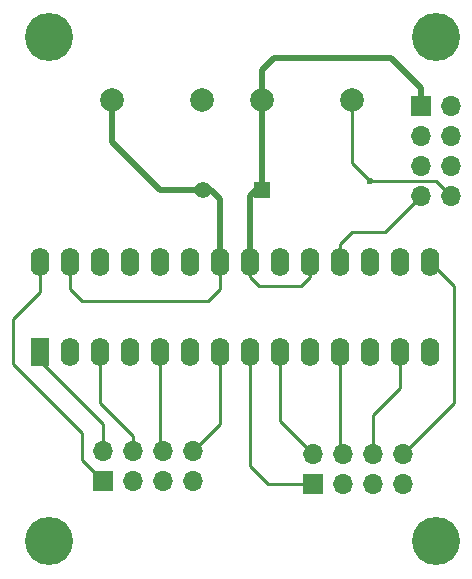
<source format=gbr>
G04 #@! TF.FileFunction,Copper,L1,Top,Signal*
%FSLAX46Y46*%
G04 Gerber Fmt 4.6, Leading zero omitted, Abs format (unit mm)*
G04 Created by KiCad (PCBNEW 4.0.5) date 01/05/17 20:50:54*
%MOMM*%
%LPD*%
G01*
G04 APERTURE LIST*
%ADD10C,0.100000*%
%ADD11R,1.400000X1.400000*%
%ADD12C,1.400000*%
%ADD13R,1.700000X1.700000*%
%ADD14O,1.700000X1.700000*%
%ADD15C,1.998980*%
%ADD16R,1.600000X2.400000*%
%ADD17O,1.600000X2.400000*%
%ADD18C,4.064000*%
%ADD19C,0.600000*%
%ADD20C,0.500000*%
%ADD21C,0.250000*%
G04 APERTURE END LIST*
D10*
D11*
X132588000Y-105918000D03*
D12*
X127588000Y-105918000D03*
D13*
X146050000Y-98806000D03*
D14*
X148590000Y-98806000D03*
X146050000Y-101346000D03*
X148590000Y-101346000D03*
X146050000Y-103886000D03*
X148590000Y-103886000D03*
X146050000Y-106426000D03*
X148590000Y-106426000D03*
D13*
X119126000Y-130556000D03*
D14*
X119126000Y-128016000D03*
X121666000Y-130556000D03*
X121666000Y-128016000D03*
X124206000Y-130556000D03*
X124206000Y-128016000D03*
X126746000Y-130556000D03*
X126746000Y-128016000D03*
D13*
X136906000Y-130810000D03*
D14*
X136906000Y-128270000D03*
X139446000Y-130810000D03*
X139446000Y-128270000D03*
X141986000Y-130810000D03*
X141986000Y-128270000D03*
X144526000Y-130810000D03*
X144526000Y-128270000D03*
D15*
X132588000Y-98298000D03*
X140208000Y-98298000D03*
X127508000Y-98298000D03*
X119888000Y-98298000D03*
D16*
X113792000Y-119634000D03*
D17*
X146812000Y-112014000D03*
X116332000Y-119634000D03*
X144272000Y-112014000D03*
X118872000Y-119634000D03*
X141732000Y-112014000D03*
X121412000Y-119634000D03*
X139192000Y-112014000D03*
X123952000Y-119634000D03*
X136652000Y-112014000D03*
X126492000Y-119634000D03*
X134112000Y-112014000D03*
X129032000Y-119634000D03*
X131572000Y-112014000D03*
X131572000Y-119634000D03*
X129032000Y-112014000D03*
X134112000Y-119634000D03*
X126492000Y-112014000D03*
X136652000Y-119634000D03*
X123952000Y-112014000D03*
X139192000Y-119634000D03*
X121412000Y-112014000D03*
X141732000Y-119634000D03*
X118872000Y-112014000D03*
X144272000Y-119634000D03*
X116332000Y-112014000D03*
X146812000Y-119634000D03*
X113792000Y-112014000D03*
D18*
X147320000Y-92964000D03*
X114554000Y-135636000D03*
X147320000Y-135636000D03*
X114554000Y-92964000D03*
D19*
X141732000Y-105156000D03*
D20*
X146050000Y-98806000D02*
X146050000Y-97282000D01*
X132588000Y-95758000D02*
X132588000Y-98298000D01*
X133604000Y-94742000D02*
X132588000Y-95758000D01*
X143510000Y-94742000D02*
X133604000Y-94742000D01*
X146050000Y-97282000D02*
X143510000Y-94742000D01*
X132588000Y-98298000D02*
X132588000Y-105918000D01*
X132588000Y-105918000D02*
X132080000Y-105918000D01*
X132080000Y-105918000D02*
X131572000Y-106426000D01*
X131572000Y-106426000D02*
X131572000Y-112014000D01*
D21*
X136652000Y-112014000D02*
X136652000Y-113284000D01*
X131572000Y-113284000D02*
X131572000Y-112014000D01*
X132334000Y-114046000D02*
X131572000Y-113284000D01*
X135890000Y-114046000D02*
X132334000Y-114046000D01*
X136652000Y-113284000D02*
X135890000Y-114046000D01*
D20*
X119888000Y-98298000D02*
X119888000Y-101854000D01*
X123952000Y-105918000D02*
X127588000Y-105918000D01*
X119888000Y-101854000D02*
X123952000Y-105918000D01*
X127588000Y-105918000D02*
X128270000Y-105918000D01*
X128270000Y-105918000D02*
X129032000Y-106680000D01*
X129032000Y-106680000D02*
X129032000Y-112014000D01*
D21*
X116332000Y-112014000D02*
X116332000Y-114300000D01*
X129032000Y-114300000D02*
X129032000Y-112014000D01*
X128016000Y-115316000D02*
X129032000Y-114300000D01*
X117348000Y-115316000D02*
X128016000Y-115316000D01*
X116332000Y-114300000D02*
X117348000Y-115316000D01*
X148590000Y-98806000D02*
X149098000Y-98806000D01*
X146050000Y-106426000D02*
X143002000Y-109474000D01*
X139192000Y-110490000D02*
X139192000Y-112014000D01*
X140208000Y-109474000D02*
X139192000Y-110490000D01*
X143002000Y-109474000D02*
X140208000Y-109474000D01*
X148590000Y-106426000D02*
X147320000Y-105156000D01*
X140208000Y-103632000D02*
X140208000Y-98298000D01*
X141732000Y-105156000D02*
X140208000Y-103632000D01*
X147320000Y-105156000D02*
X141732000Y-105156000D01*
X113792000Y-112014000D02*
X113792000Y-114554000D01*
X117348000Y-128778000D02*
X119126000Y-130556000D01*
X117348000Y-126492000D02*
X117348000Y-128778000D01*
X111506000Y-120650000D02*
X117348000Y-126492000D01*
X111506000Y-116840000D02*
X111506000Y-120650000D01*
X113792000Y-114554000D02*
X111506000Y-116840000D01*
X113792000Y-112014000D02*
X113538000Y-112014000D01*
X113792000Y-119634000D02*
X113792000Y-120396000D01*
X113792000Y-120396000D02*
X119126000Y-125730000D01*
X119126000Y-125730000D02*
X119126000Y-128016000D01*
X118872000Y-119634000D02*
X118872000Y-123952000D01*
X121666000Y-126746000D02*
X121666000Y-128016000D01*
X118872000Y-123952000D02*
X121666000Y-126746000D01*
X123952000Y-119634000D02*
X123952000Y-127762000D01*
X123952000Y-127762000D02*
X124206000Y-128016000D01*
X129032000Y-119634000D02*
X129032000Y-125730000D01*
X129032000Y-125730000D02*
X126746000Y-128016000D01*
X131572000Y-119634000D02*
X131572000Y-129286000D01*
X133096000Y-130810000D02*
X136906000Y-130810000D01*
X131572000Y-129286000D02*
X133096000Y-130810000D01*
X134112000Y-119634000D02*
X134112000Y-125476000D01*
X134112000Y-125476000D02*
X136906000Y-128270000D01*
X139192000Y-119634000D02*
X139192000Y-128016000D01*
X139192000Y-128016000D02*
X139446000Y-128270000D01*
X144272000Y-119634000D02*
X144272000Y-122682000D01*
X141986000Y-124968000D02*
X141986000Y-128270000D01*
X144272000Y-122682000D02*
X141986000Y-124968000D01*
X146812000Y-112014000D02*
X148844000Y-114046000D01*
X148844000Y-123952000D02*
X144526000Y-128270000D01*
X148844000Y-114046000D02*
X148844000Y-123952000D01*
M02*

</source>
